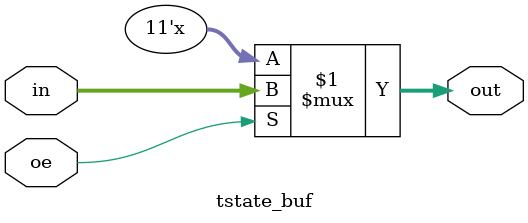
<source format=v>
`timescale 1ns / 1ps

//Basic parameterized tristate buffer
//Active high output enable
module tstate_buf #(parameter WIDTH=11)(
    input [WIDTH-1:0]in,
    input oe,
    output [WIDTH-1:0]out
    );
    
    assign out = oe ? in : 11'bz;
    
endmodule

</source>
